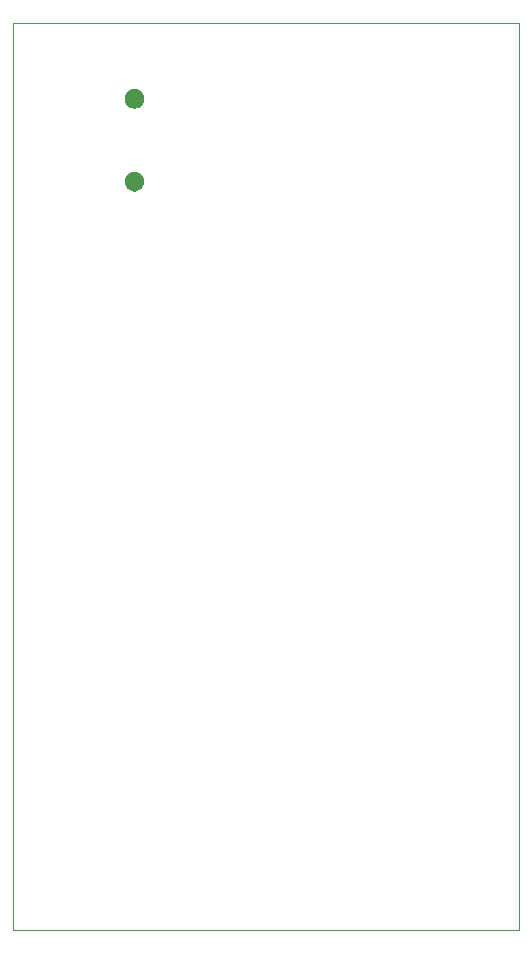
<source format=gbr>
%TF.GenerationSoftware,KiCad,Pcbnew,9.0.6*%
%TF.CreationDate,2025-12-23T23:32:32-06:00*%
%TF.ProjectId,Tony's MP3 Player,546f6e79-2773-4204-9d50-3320506c6179,rev?*%
%TF.SameCoordinates,Original*%
%TF.FileFunction,Profile,NP*%
%FSLAX46Y46*%
G04 Gerber Fmt 4.6, Leading zero omitted, Abs format (unit mm)*
G04 Created by KiCad (PCBNEW 9.0.6) date 2025-12-23 23:32:32*
%MOMM*%
%LPD*%
G01*
G04 APERTURE LIST*
%TA.AperFunction,Profile*%
%ADD10C,0.050000*%
%TD*%
%TA.AperFunction,Profile*%
%ADD11C,0.000000*%
%TD*%
G04 APERTURE END LIST*
D10*
X125860000Y-48030000D02*
X168720000Y-48030000D01*
X168720000Y-124820000D01*
X125860000Y-124820000D01*
X125860000Y-48030000D01*
D11*
%TA.AperFunction,Profile*%
%TO.C,J2*%
G36*
X136396742Y-53636318D02*
G01*
X136550687Y-53700084D01*
X136689234Y-53792658D01*
X136807059Y-53910483D01*
X136899633Y-54049030D01*
X136963399Y-54202975D01*
X136995907Y-54366402D01*
X136995907Y-54533032D01*
X136963399Y-54696459D01*
X136899633Y-54850404D01*
X136807059Y-54988951D01*
X136689234Y-55106776D01*
X136550687Y-55199350D01*
X136396742Y-55263116D01*
X136233315Y-55295624D01*
X136066685Y-55295624D01*
X135903258Y-55263116D01*
X135749313Y-55199350D01*
X135610766Y-55106776D01*
X135492941Y-54988951D01*
X135400367Y-54850404D01*
X135336601Y-54696459D01*
X135304093Y-54533032D01*
X135304093Y-54366402D01*
X135336601Y-54202975D01*
X135400367Y-54049030D01*
X135492941Y-53910483D01*
X135610766Y-53792658D01*
X135749313Y-53700084D01*
X135903258Y-53636318D01*
X136066685Y-53603810D01*
X136233315Y-53603810D01*
X136396742Y-53636318D01*
G37*
%TD.AperFunction*%
%TA.AperFunction,Profile*%
G36*
X136396742Y-60636318D02*
G01*
X136550687Y-60700084D01*
X136689234Y-60792658D01*
X136807059Y-60910483D01*
X136899633Y-61049030D01*
X136963399Y-61202975D01*
X136995907Y-61366402D01*
X136995907Y-61533032D01*
X136963399Y-61696459D01*
X136899633Y-61850404D01*
X136807059Y-61988951D01*
X136689234Y-62106776D01*
X136550687Y-62199350D01*
X136396742Y-62263116D01*
X136233315Y-62295624D01*
X136066685Y-62295624D01*
X135903258Y-62263116D01*
X135749313Y-62199350D01*
X135610766Y-62106776D01*
X135492941Y-61988951D01*
X135400367Y-61850404D01*
X135336601Y-61696459D01*
X135304093Y-61533032D01*
X135304093Y-61366402D01*
X135336601Y-61202975D01*
X135400367Y-61049030D01*
X135492941Y-60910483D01*
X135610766Y-60792658D01*
X135749313Y-60700084D01*
X135903258Y-60636318D01*
X136066685Y-60603810D01*
X136233315Y-60603810D01*
X136396742Y-60636318D01*
G37*
%TD.AperFunction*%
%TD*%
M02*

</source>
